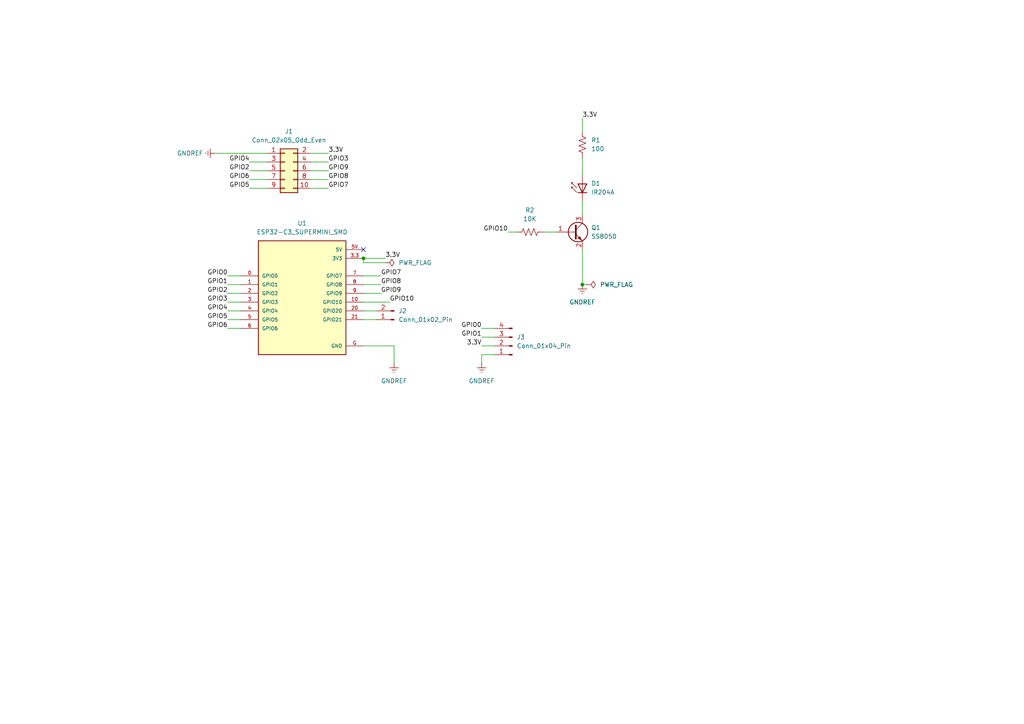
<source format=kicad_sch>
(kicad_sch (version 20250114) (generator "eeschema") (generator_version "9.0")
  (paper "A4")
  (lib_symbols
    (symbol "Connector:Conn_01x02_Pin" (pin_names (offset 1.016) (hide yes))
      (property "Reference" "J" (at 0 2.54 0))
      (property "Value" "Conn_01x02_Pin" (at 0 -5.08 0))
      (symbol "Conn_01x02_Pin_1_1"
        (rectangle (start 0.8636 0.127) (end 0 -0.127) (stroke (width 0.1524)) (fill (type outline)))
        (rectangle (start 0.8636 -2.413) (end 0 -2.667) (stroke (width 0.1524)) (fill (type outline)))
        (polyline (pts (xy 1.27 0) (xy 0.8636 0)) (stroke (width 0.1524)))
        (polyline (pts (xy 1.27 -2.54) (xy 0.8636 -2.54)) (stroke (width 0.1524)))
        (pin passive line (at 5.08 0 180) (length 3.81) (name "Pin_1") (number "1"))
        (pin passive line (at 5.08 -2.54 180) (length 3.81) (name "Pin_2") (number "2"))
      )
    )
    (symbol "Connector:Conn_01x04_Pin" (pin_names (offset 1.016) (hide yes))
      (property "Reference" "J" (at 0 5.08 0))
      (property "Value" "Conn_01x04_Pin" (at 0 -7.62 0))
      (symbol "Conn_01x04_Pin_1_1"
        (rectangle (start 0.8636 2.667) (end 0 2.413) (stroke (width 0.1524)) (fill (type outline)))
        (rectangle (start 0.8636 0.127) (end 0 -0.127) (stroke (width 0.1524)) (fill (type outline)))
        (rectangle (start 0.8636 -2.413) (end 0 -2.667) (stroke (width 0.1524)) (fill (type outline)))
        (rectangle (start 0.8636 -4.953) (end 0 -5.207) (stroke (width 0.1524)) (fill (type outline)))
        (polyline (pts (xy 1.27 2.54) (xy 0.8636 2.54)) (stroke (width 0.1524)))
        (polyline (pts (xy 1.27 0) (xy 0.8636 0)) (stroke (width 0.1524)))
        (polyline (pts (xy 1.27 -2.54) (xy 0.8636 -2.54)) (stroke (width 0.1524)))
        (polyline (pts (xy 1.27 -5.08) (xy 0.8636 -5.08)) (stroke (width 0.1524)))
        (pin passive line (at 5.08 2.54 180) (length 3.81) (name "Pin_1") (number "1"))
        (pin passive line (at 5.08 0 180) (length 3.81) (name "Pin_2") (number "2"))
        (pin passive line (at 5.08 -2.54 180) (length 3.81) (name "Pin_3") (number "3"))
        (pin passive line (at 5.08 -5.08 180) (length 3.81) (name "Pin_4") (number "4"))
      )
    )
    (symbol "Connector_Generic:Conn_02x05_Odd_Even" (pin_names (offset 1.016) (hide yes))
      (property "Reference" "J" (at 1.27 7.62 0))
      (property "Value" "Conn_02x05_Odd_Even" (at 1.27 -7.62 0))
      (symbol "Conn_02x05_Odd_Even_1_1"
        (rectangle (start -1.27 6.35) (end 3.81 -6.35) (stroke (width 0.254)) (fill (type background)))
        (rectangle (start -1.27 5.207) (end 0 4.953) (stroke (width 0.1524)))
        (rectangle (start -1.27 2.667) (end 0 2.413) (stroke (width 0.1524)))
        (rectangle (start -1.27 0.127) (end 0 -0.127) (stroke (width 0.1524)))
        (rectangle (start -1.27 -2.413) (end 0 -2.667) (stroke (width 0.1524)))
        (rectangle (start -1.27 -4.953) (end 0 -5.207) (stroke (width 0.1524)))
        (rectangle (start 3.81 5.207) (end 2.54 4.953) (stroke (width 0.1524)))
        (rectangle (start 3.81 2.667) (end 2.54 2.413) (stroke (width 0.1524)))
        (rectangle (start 3.81 0.127) (end 2.54 -0.127) (stroke (width 0.1524)))
        (rectangle (start 3.81 -2.413) (end 2.54 -2.667) (stroke (width 0.1524)))
        (rectangle (start 3.81 -4.953) (end 2.54 -5.207) (stroke (width 0.1524)))
        (pin passive line (at -5.08 5.08 0) (length 3.81) (name "Pin_1") (number "1"))
        (pin passive line (at -5.08 2.54 0) (length 3.81) (name "Pin_3") (number "3"))
        (pin passive line (at -5.08 0 0) (length 3.81) (name "Pin_5") (number "5"))
        (pin passive line (at -5.08 -2.54 0) (length 3.81) (name "Pin_7") (number "7"))
        (pin passive line (at -5.08 -5.08 0) (length 3.81) (name "Pin_9") (number "9"))
        (pin passive line (at 7.62 5.08 180) (length 3.81) (name "Pin_2") (number "2"))
        (pin passive line (at 7.62 2.54 180) (length 3.81) (name "Pin_4") (number "4"))
        (pin passive line (at 7.62 0 180) (length 3.81) (name "Pin_6") (number "6"))
        (pin passive line (at 7.62 -2.54 180) (length 3.81) (name "Pin_8") (number "8"))
        (pin passive line (at 7.62 -5.08 180) (length 3.81) (name "Pin_10") (number "10"))
      )
    )
    (symbol "Device:R_US" (pin_numbers (hide yes)) (pin_names (offset 0))
      (property "Reference" "R" (at 2.54 0 90))
      (property "Value" "R_US" (at -2.54 0 90))
      (symbol "R_US_0_1"
        (polyline (pts (xy 0 2.286) (xy 0 2.54)))
        (polyline (pts (xy 0 2.286) (xy 1.016 1.905) (xy 0 1.524) (xy -1.016 1.143) (xy 0 0.762)))
        (polyline (pts (xy 0 0.762) (xy 1.016 0.381) (xy 0 0) (xy -1.016 -0.381) (xy 0 -0.762)))
        (polyline (pts (xy 0 -0.762) (xy 1.016 -1.143) (xy 0 -1.524) (xy -1.016 -1.905) (xy 0 -2.286)))
        (polyline (pts (xy 0 -2.286) (xy 0 -2.54)))
      )
      (symbol "R_US_1_1"
        (pin passive line (at 0 3.81 270) (length 1.27) (name "~") (number "1"))
        (pin passive line (at 0 -3.81 90) (length 1.27) (name "~") (number "2"))
      )
    )
    (symbol "ESP32-C3_SUPERMINI_SMD:ESP32-C3_SUPERMINI_SMD" (pin_names (offset 1.016))
      (property "Reference" "U" (at -12.7 16.002 0))
      (property "Value" "ESP32-C3_SUPERMINI_SMD" (at -12.7 -20.32 0))
      (symbol "ESP32-C3_SUPERMINI_SMD_0_0"
        (rectangle (start -12.7 -17.78) (end 12.7 15.24) (stroke (width 0.254)) (fill (type background)))
        (pin bidirectional line (at -17.78 5.08 0) (length 5.08) (name "GPIO0") (number "0"))
        (pin bidirectional line (at -17.78 2.54 0) (length 5.08) (name "GPIO1") (number "1"))
        (pin bidirectional line (at -17.78 0 0) (length 5.08) (name "GPIO2") (number "2"))
        (pin bidirectional line (at -17.78 -2.54 0) (length 5.08) (name "GPIO3") (number "3"))
        (pin bidirectional line (at -17.78 -5.08 0) (length 5.08) (name "GPIO4") (number "4"))
        (pin bidirectional line (at -17.78 -7.62 0) (length 5.08) (name "GPIO5") (number "5"))
        (pin bidirectional line (at -17.78 -10.16 0) (length 5.08) (name "GPIO6") (number "6"))
        (pin power_in line (at 17.78 12.7 180) (length 5.08) (name "5V") (number "5V"))
        (pin power_in line (at 17.78 10.16 180) (length 5.08) (name "3V3") (number "3.3"))
        (pin bidirectional line (at 17.78 5.08 180) (length 5.08) (name "GPIO7") (number "7"))
        (pin bidirectional line (at 17.78 2.54 180) (length 5.08) (name "GPIO8") (number "8"))
        (pin bidirectional line (at 17.78 0 180) (length 5.08) (name "GPIO9") (number "9"))
        (pin bidirectional line (at 17.78 -2.54 180) (length 5.08) (name "GPIO10") (number "10"))
        (pin bidirectional line (at 17.78 -5.08 180) (length 5.08) (name "GPIO20") (number "20"))
        (pin bidirectional line (at 17.78 -7.62 180) (length 5.08) (name "GPIO21") (number "21"))
        (pin power_in line (at 17.78 -15.24 180) (length 5.08) (name "GND") (number "G"))
      )
    )
    (symbol "LED:IR204A" (pin_numbers (hide yes)) (pin_names (offset 1.016) (hide yes))
      (property "Reference" "D" (at 0.508 1.778 0))
      (property "Value" "IR204A" (at -1.016 -2.794 0))
      (symbol "IR204A_0_1"
        (polyline (pts (xy -2.54 1.27) (xy -2.54 -1.27)) (stroke (width 0.254)))
        (polyline (pts (xy -2.413 1.651) (xy -0.889 3.175) (xy -0.889 2.667) (xy -0.889 3.175) (xy -1.397 3.175)))
        (polyline (pts (xy -1.143 1.651) (xy 0.381 3.175) (xy 0.381 2.667)))
        (polyline (pts (xy 0 1.27) (xy -2.54 0) (xy 0 -1.27) (xy 0 1.27)) (stroke (width 0.254)))
        (polyline (pts (xy 0 0) (xy -2.54 0)))
        (polyline (pts (xy 0.381 3.175) (xy -0.127 3.175)))
      )
      (symbol "IR204A_1_1"
        (pin passive line (at -5.08 0 0) (length 2.54) (name "K") (number "1"))
        (pin passive line (at 2.54 0 180) (length 2.54) (name "A") (number "2"))
      )
    )
    (symbol "Transistor_BJT:SS8050" (pin_names (offset 0) (hide yes))
      (property "Reference" "Q" (at 5.08 1.905 0))
      (property "Value" "SS8050" (at 5.08 0 0))
      (symbol "SS8050_0_1"
        (polyline (pts (xy -2.54 0) (xy 0.635 0)))
        (polyline (pts (xy 0.635 1.905) (xy 0.635 -1.905)) (stroke (width 0.508)))
        (circle (center 1.27 0) (radius 2.8194) (stroke (width 0.254)))
      )
      (symbol "SS8050_1_1"
        (polyline (pts (xy 0.635 0.635) (xy 2.54 2.54)))
        (polyline (pts (xy 0.635 -0.635) (xy 2.54 -2.54)))
        (polyline (pts (xy 1.27 -1.778) (xy 1.778 -1.27) (xy 2.286 -2.286) (xy 1.27 -1.778)) (fill (type outline)))
        (pin input line (at -5.08 0 0) (length 2.54) (name "B") (number "1"))
        (pin passive line (at 2.54 5.08 270) (length 2.54) (name "C") (number "3"))
        (pin passive line (at 2.54 -5.08 90) (length 2.54) (name "E") (number "2"))
      )
    )
    (symbol "power:GNDREF" (power) (pin_numbers (hide yes)) (pin_names (offset 0) (hide yes))
      (property "Value" "GNDREF" (at 0 -3.81 0))
      (symbol "GNDREF_0_1"
        (polyline (pts (xy -0.635 -1.905) (xy 0.635 -1.905)))
        (polyline (pts (xy -0.127 -2.54) (xy 0.127 -2.54)))
        (polyline (pts (xy 0 -1.27) (xy 0 0)))
        (polyline (pts (xy 1.27 -1.27) (xy -1.27 -1.27)))
      )
      (symbol "GNDREF_1_1"
        (pin power_in line (at 0 0 270) (length 0) (name "~") (number "1"))
      )
    )
    (symbol "power:PWR_FLAG" (power) (pin_numbers (hide yes)) (pin_names (offset 0) (hide yes))
      (property "Value" "PWR_FLAG" (at 0 3.81 0))
      (symbol "PWR_FLAG_0_0"
        (pin power_out line (at 0 0 90) (length 0) (name "~") (number "1"))
      )
      (symbol "PWR_FLAG_0_1"
        (polyline (pts (xy 0 0) (xy 0 1.27) (xy -1.016 1.905) (xy 0 2.54) (xy 1.016 1.905) (xy 0 1.27)))
      )
    )
  )
  (junction (at 168.91 82.55))
  (junction (at 105.41 74.93))
  (no_connect (at 105.41 72.39))
  (wire (pts (xy 168.91 34.29) (xy 168.91 38.1)))
  (wire (pts (xy 114.3 100.33) (xy 114.3 105.41)))
  (wire (pts (xy 168.91 72.39) (xy 168.91 82.55)))
  (wire (pts (xy 143.51 102.87) (xy 139.7 102.87)))
  (wire (pts (xy 168.91 45.72) (xy 168.91 50.8)))
  (wire (pts (xy 90.17 44.45) (xy 95.25 44.45)))
  (wire (pts (xy 66.04 87.63) (xy 69.85 87.63)))
  (wire (pts (xy 105.41 74.93) (xy 111.76 74.93)))
  (wire (pts (xy 157.48 67.31) (xy 161.29 67.31)))
  (wire (pts (xy 90.17 54.61) (xy 95.25 54.61)))
  (wire (pts (xy 105.41 80.01) (xy 110.49 80.01)))
  (wire (pts (xy 105.41 85.09) (xy 110.49 85.09)))
  (wire (pts (xy 139.7 102.87) (xy 139.7 105.41)))
  (wire (pts (xy 77.47 52.07) (xy 72.39 52.07)))
  (wire (pts (xy 66.04 92.71) (xy 69.85 92.71)))
  (wire (pts (xy 139.7 97.79) (xy 143.51 97.79)))
  (wire (pts (xy 139.7 95.25) (xy 143.51 95.25)))
  (wire (pts (xy 111.76 76.2) (xy 105.41 76.2)))
  (wire (pts (xy 105.41 92.71) (xy 109.22 92.71)))
  (wire (pts (xy 90.17 52.07) (xy 95.25 52.07)))
  (wire (pts (xy 147.32 67.31) (xy 149.86 67.31)))
  (wire (pts (xy 77.47 46.99) (xy 72.39 46.99)))
  (wire (pts (xy 105.41 82.55) (xy 110.49 82.55)))
  (wire (pts (xy 66.04 95.25) (xy 69.85 95.25)))
  (wire (pts (xy 77.47 54.61) (xy 72.39 54.61)))
  (wire (pts (xy 77.47 49.53) (xy 72.39 49.53)))
  (wire (pts (xy 66.04 82.55) (xy 69.85 82.55)))
  (wire (pts (xy 66.04 80.01) (xy 69.85 80.01)))
  (wire (pts (xy 105.41 74.93) (xy 105.41 76.2)))
  (wire (pts (xy 90.17 49.53) (xy 95.25 49.53)))
  (wire (pts (xy 90.17 46.99) (xy 95.25 46.99)))
  (wire (pts (xy 66.04 90.17) (xy 69.85 90.17)))
  (wire (pts (xy 105.41 90.17) (xy 109.22 90.17)))
  (wire (pts (xy 139.7 100.33) (xy 143.51 100.33)))
  (wire (pts (xy 168.91 82.55) (xy 170.18 82.55)))
  (wire (pts (xy 66.04 85.09) (xy 69.85 85.09)))
  (wire (pts (xy 168.91 58.42) (xy 168.91 62.23)))
  (wire (pts (xy 105.41 87.63) (xy 113.03 87.63)))
  (wire (pts (xy 105.41 100.33) (xy 114.3 100.33)))
  (wire (pts (xy 62.23 44.45) (xy 77.47 44.45)))
  (label "GPIO7" (at 110.49 80.01 0))
  (label "GPIO5" (at 72.39 54.61 180))
  (label "GPIO6" (at 72.39 52.07 180))
  (label "GPIO1" (at 66.04 82.55 180))
  (label "GPIO3" (at 66.04 87.63 180))
  (label "GPIO2" (at 66.04 85.09 180))
  (label "GPIO0" (at 66.04 80.01 180))
  (label "GPIO4" (at 66.04 90.17 180))
  (label "GPIO0" (at 139.7 95.25 180))
  (label "GPIO3" (at 95.25 46.99 0))
  (label "GPIO8" (at 110.49 82.55 0))
  (label "GPIO2" (at 72.39 49.53 180))
  (label "GPIO1" (at 139.7 97.79 180))
  (label "GPIO5" (at 66.04 92.71 180))
  (label "GPIO8" (at 95.25 52.07 0))
  (label "GPIO9" (at 95.25 49.53 0))
  (label "3.3V" (at 111.76 74.93 0))
  (label "3.3V" (at 139.7 100.33 180))
  (label "GPIO10" (at 113.03 87.63 0))
  (label "3.3V" (at 95.25 44.45 0))
  (label "GPIO4" (at 72.39 46.99 180))
  (label "GPIO9" (at 110.49 85.09 0))
  (label "GPIO7" (at 95.25 54.61 0))
  (label "GPIO6" (at 66.04 95.25 180))
  (label "3.3V" (at 168.91 34.29 0))
  (label "GPIO10" (at 147.32 67.31 180))
  (symbol (lib_id "Connector_Generic:Conn_02x05_Odd_Even") (at 82.55 49.53 0) (unit 1)
    (property "Reference" "J1" (at 83.82 38.1 0))
    (property "Value" "Conn_02x05_Odd_Even" (at 83.82 40.64 0))
    (property "Footprint" "Connector_PinSocket_2.54mm:PinSocket_2x05_P2.54mm_Vertical_SMD" (effects (hide yes)))
    (property "Description" "Generic connector, double row, 02x05, odd/even pin numbering scheme (row 1 odd numbers, row 2 even numbers), script generated (kicad-library-utils/schlib/autogen/connector/)" (effects (hide yes)))
  )
  (symbol (lib_id "power:GNDREF") (at 114.3 105.41 0) (unit 1)
    (property "Reference" "#PWR02" (effects (hide yes)))
    (property "Value" "GNDREF" (at 114.3 110.49 0))
    (property "Description" "Power symbol creates a global label with name \"GNDREF\" , reference supply ground" (effects (hide yes)))
  )
  (symbol (lib_id "power:GNDREF") (at 139.7 105.41 0) (unit 1)
    (property "Reference" "#PWR04" (effects (hide yes)))
    (property "Value" "GNDREF" (at 139.7 110.49 0))
    (property "Description" "Power symbol creates a global label with name \"GNDREF\" , reference supply ground" (effects (hide yes)))
  )
  (symbol (lib_id "Transistor_BJT:SS8050") (at 166.37 67.31 0) (unit 1)
    (property "Reference" "Q1" (at 171.45 66.0399 0) (effects (justify left)))
    (property "Value" "SS8050" (at 171.45 68.5799 0) (effects (justify left)))
    (property "Footprint" "Package_TO_SOT_SMD:SOT-23" (effects (hide yes)))
    (property "Datasheet" "http://www.secosgmbh.com/datasheet/products/SSMPTransistor/SOT-23/SS8050.pdf" (effects (hide yes)))
    (property "Description" "General Purpose NPN Transistor, 1.5A Ic, 25V Vce, SOT-23" (effects (hide yes)))
  )
  (symbol (lib_id "LED:IR204A") (at 168.91 53.34 90) (unit 1)
    (property "Reference" "D1" (at 171.45 53.2129 90) (effects (justify right)))
    (property "Value" "IR204A" (at 171.45 55.7529 90) (effects (justify right)))
    (property "Footprint" "LED_THT:LED_D3.0mm_IRBlack" (effects (hide yes)))
    (property "Datasheet" "http://www.everlight.com/file/ProductFile/IR204-A.pdf" (effects (hide yes)))
    (property "Description" "Infrared LED , 3mm LED package" (effects (hide yes)))
  )
  (symbol (lib_id "Device:R_US") (at 153.67 67.31 90) (unit 1)
    (property "Reference" "R2" (at 153.67 60.96 90))
    (property "Value" "10K" (at 153.67 63.5 90))
    (property "Footprint" "Resistor_SMD:R_0603_1608Metric" (effects (hide yes)))
    (property "Description" "Resistor, US symbol" (effects (hide yes)))
  )
  (symbol (lib_id "power:GNDREF") (at 168.91 82.55 0) (unit 1)
    (property "Reference" "#PWR01" (effects (hide yes)))
    (property "Value" "GNDREF" (at 168.91 87.63 0))
    (property "Description" "Power symbol creates a global label with name \"GNDREF\" , reference supply ground" (effects (hide yes)))
  )
  (symbol (lib_id "ESP32-C3_SUPERMINI_SMD:ESP32-C3_SUPERMINI_SMD") (at 87.63 85.09 0) (unit 1)
    (property "Reference" "U1" (at 87.63 64.77 0))
    (property "Value" "ESP32-C3_SUPERMINI_SMD" (at 87.63 67.31 0))
    (property "Footprint" "ESP32-C3_SUPERMINI_SMD:MODULE_ESP32-C3_SUPERMINI" (effects (hide yes)))
    (property "MF" "Espressif Systems" (effects (hide yes)))
    (property "MAXIMUM_PACKAGE_HEIGHT" "4.2mm" (effects (hide yes)))
    (property "Package" "None" (effects (hide yes)))
    (property "Price" "None" (effects (hide yes)))
    (property "Check_prices" "https://www.snapeda.com/parts/ESP32-C3%20SuperMini_SMD/Espressif+Systems/view-part/?ref=eda" (effects (hide yes)))
    (property "STANDARD" "Manufacturer Recommendations" (effects (hide yes)))
    (property "SnapEDA_Link" "https://www.snapeda.com/parts/ESP32-C3%20SuperMini_SMD/Espressif+Systems/view-part/?ref=snap" (effects (hide yes)))
    (property "MP" "ESP32-C3 SuperMini_SMD" (effects (hide yes)))
    (property "Description_1" "Super tiny ESP32-C3 board" (effects (hide yes)))
    (property "Availability" "Not in stock" (effects (hide yes)))
    (property "MANUFACTURER" "Espressif" (effects (hide yes)))
  )
  (symbol (lib_id "power:PWR_FLAG") (at 111.76 76.2 270) (unit 1)
    (property "Reference" "#FLG01" (effects (hide yes)))
    (property "Value" "PWR_FLAG" (at 115.57 76.2 90) (effects (justify left)))
    (property "Description" "Special symbol for telling ERC where power comes from" (effects (hide yes)))
  )
  (symbol (lib_id "Connector:Conn_01x04_Pin") (at 148.59 100.33 180) (unit 1)
    (property "Reference" "J3" (at 149.86 97.7899 0) (effects (justify right)))
    (property "Value" "Conn_01x04_Pin" (at 149.86 100.3299 0) (effects (justify right)))
    (property "Footprint" "Connector_PinHeader_1.00mm:PinHeader_1x04_P1.00mm_Vertical" (effects (hide yes)))
    (property "Description" "Generic connector, single row, 01x04, script generated" (effects (hide yes)))
  )
  (symbol (lib_id "Device:R_US") (at 168.91 41.91 0) (unit 1)
    (property "Reference" "R1" (at 171.45 40.6399 0) (effects (justify left)))
    (property "Value" "100" (at 171.45 43.1799 0) (effects (justify left)))
    (property "Footprint" "Resistor_SMD:R_0603_1608Metric" (effects (hide yes)))
    (property "Description" "Resistor, US symbol" (effects (hide yes)))
  )
  (symbol (lib_id "power:GNDREF") (at 62.23 44.45 270) (unit 1)
    (property "Reference" "#PWR03" (effects (hide yes)))
    (property "Value" "GNDREF" (at 58.928 44.45 90) (effects (justify right)))
    (property "Description" "Power symbol creates a global label with name \"GNDREF\" , reference supply ground" (effects (hide yes)))
  )
  (symbol (lib_id "power:PWR_FLAG") (at 170.18 82.55 270) (unit 1)
    (property "Reference" "#FLG02" (effects (hide yes)))
    (property "Value" "PWR_FLAG" (at 173.99 82.5499 90) (effects (justify left)))
    (property "Description" "Special symbol for telling ERC where power comes from" (effects (hide yes)))
  )
  (symbol (lib_id "Connector:Conn_01x02_Pin") (at 114.3 92.71 180) (unit 1)
    (property "Reference" "J2" (at 115.57 90.1699 0) (effects (justify right)))
    (property "Value" "Conn_01x02_Pin" (at 115.57 92.7099 0) (effects (justify right)))
    (property "Footprint" "Connector_PinHeader_1.00mm:PinHeader_1x02_P1.00mm_Vertical" (effects (hide yes)))
    (property "Description" "Generic connector, single row, 01x02, script generated" (effects (hide yes)))
  )
)
</source>
